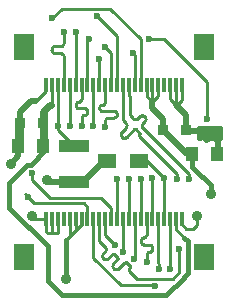
<source format=gbr>
G04 #@! TF.GenerationSoftware,KiCad,Pcbnew,5.1.4+dfsg1-1*
G04 #@! TF.CreationDate,2020-09-03T16:08:26+02:00*
G04 #@! TF.ProjectId,FPC_INVERTER,4650435f-494e-4564-9552-5445522e6b69,rev?*
G04 #@! TF.SameCoordinates,PX5095e20PY1312d00*
G04 #@! TF.FileFunction,Copper,L1,Top*
G04 #@! TF.FilePolarity,Positive*
%FSLAX46Y46*%
G04 Gerber Fmt 4.6, Leading zero omitted, Abs format (unit mm)*
G04 Created by KiCad (PCBNEW 5.1.4+dfsg1-1) date 2020-09-03 16:08:26*
%MOMM*%
%LPD*%
G04 APERTURE LIST*
%ADD10R,1.800000X2.200000*%
%ADD11R,0.300000X1.300000*%
%ADD12R,1.000000X1.300000*%
%ADD13R,0.900000X0.900000*%
%ADD14R,2.500000X1.000000*%
%ADD15R,1.500000X1.300000*%
%ADD16C,0.600000*%
%ADD17C,0.889000*%
%ADD18C,0.254000*%
%ADD19C,0.400000*%
%ADD20C,0.508000*%
G04 APERTURE END LIST*
D10*
X17150000Y-21400000D03*
X1850000Y-21400000D03*
D11*
X3750000Y-18150000D03*
X4250000Y-18150000D03*
X4750000Y-18150000D03*
X5250000Y-18150000D03*
X5750000Y-18150000D03*
X6250000Y-18150000D03*
X6750000Y-18150000D03*
X7250000Y-18150000D03*
X7750000Y-18150000D03*
X8250000Y-18150000D03*
X8750000Y-18150000D03*
X9250000Y-18150000D03*
X9750000Y-18150000D03*
X10250000Y-18150000D03*
X10750000Y-18150000D03*
X11250000Y-18150000D03*
X11750000Y-18150000D03*
X12250000Y-18150000D03*
X12750000Y-18150000D03*
X13250000Y-18150000D03*
X13750000Y-18150000D03*
X14250000Y-18150000D03*
X14750000Y-18150000D03*
X15250000Y-18150000D03*
D12*
X16120000Y-12720000D03*
X18220000Y-12720000D03*
D13*
X15560000Y-10690000D03*
X13660000Y-10690000D03*
D14*
X6100000Y-15030000D03*
X6100000Y-12030000D03*
D12*
X3500000Y-12000000D03*
X1400000Y-12000000D03*
D13*
X1550000Y-10075001D03*
X3450000Y-10075001D03*
D11*
X3750000Y-6850000D03*
X4250000Y-6850000D03*
X4750000Y-6850000D03*
X5250000Y-6850000D03*
X5750000Y-6850000D03*
X6250000Y-6850000D03*
X6750000Y-6850000D03*
X7250000Y-6850000D03*
X7750000Y-6850000D03*
X8250000Y-6850000D03*
X8750000Y-6850000D03*
X9250000Y-6850000D03*
X9750000Y-6850000D03*
X10250000Y-6850000D03*
X10750000Y-6850000D03*
X11250000Y-6850000D03*
X11750000Y-6850000D03*
X12250000Y-6850000D03*
X12750000Y-6850000D03*
X13250000Y-6850000D03*
X13750000Y-6850000D03*
X14250000Y-6850000D03*
X14750000Y-6850000D03*
X15250000Y-6850000D03*
D10*
X17150000Y-3600000D03*
X1850000Y-3600000D03*
D15*
X11600000Y-13250000D03*
X8900000Y-13250000D03*
D16*
X4270000Y-1200000D03*
X2190000Y-16310000D03*
X11120000Y-4130000D03*
X12490000Y-2970000D03*
X17330000Y-9700000D03*
X12958032Y-23902000D03*
X15810000Y-14820000D03*
X15030000Y-20720000D03*
X9623000Y-20387963D03*
X14840000Y-14800000D03*
X8055964Y-998000D03*
X2540000Y-14280000D03*
X9740000Y-14810000D03*
X8750000Y-3620000D03*
X8750000Y-10370000D03*
X10280000Y-21000000D03*
X10750000Y-14800000D03*
X8250000Y-4650000D03*
X7760000Y-10340000D03*
X11200000Y-21570000D03*
X11750000Y-14790000D03*
X7340000Y-2940000D03*
X6750000Y-10340000D03*
X12250000Y-21860000D03*
X12750000Y-14750000D03*
X6270000Y-2380000D03*
X5750000Y-10325000D03*
X13275000Y-22400000D03*
X4750000Y-10300000D03*
X14250000Y-22425000D03*
D17*
X17690000Y-16030000D03*
X5470000Y-23250000D03*
X2570000Y-17940000D03*
X3860000Y-14870000D03*
X16490000Y-17950000D03*
X18250000Y-10750000D03*
X750000Y-13500000D03*
D16*
X13750000Y-14700000D03*
X5300000Y-2325000D03*
D18*
X14750000Y-19054000D02*
X15456000Y-19760000D01*
X14750000Y-18150000D02*
X14750000Y-19054000D01*
D19*
X3890000Y-20509862D02*
X620000Y-17239862D01*
X3890000Y-23410000D02*
X3890000Y-20509862D01*
X7566001Y-24610001D02*
X5090001Y-24610001D01*
X7596001Y-24580001D02*
X7566001Y-24610001D01*
X5090001Y-24610001D02*
X3890000Y-23410000D01*
D18*
X13989999Y-24580001D02*
X10270001Y-24580001D01*
D19*
X13916999Y-24653001D02*
X15385000Y-23185000D01*
X12173999Y-24653001D02*
X13916999Y-24653001D01*
X12100999Y-24580001D02*
X12173999Y-24653001D01*
X10270001Y-24580001D02*
X9930001Y-24580001D01*
X9930001Y-24580001D02*
X7596001Y-24580001D01*
X9930001Y-24580001D02*
X12100999Y-24580001D01*
D18*
X15385000Y-23185000D02*
X13989999Y-24580001D01*
D19*
X15730001Y-22745303D02*
X15730001Y-20034001D01*
X15730001Y-20034001D02*
X15456000Y-19760000D01*
X15385000Y-23090304D02*
X15730001Y-22745303D01*
X15385000Y-23185000D02*
X15385000Y-23090304D01*
X2450001Y-13579999D02*
X2170001Y-13579999D01*
X3690000Y-11290000D02*
X3690000Y-12340000D01*
X3690000Y-12340000D02*
X2450001Y-13579999D01*
X2170001Y-13579999D02*
X620000Y-15130000D01*
X620000Y-15130000D02*
X620000Y-15880000D01*
X620000Y-17239862D02*
X620000Y-15880000D01*
D18*
X4250000Y-6850000D02*
X4250000Y-8250000D01*
D19*
X3690000Y-11290000D02*
X3690000Y-9032990D01*
D18*
X4250000Y-6850000D02*
X4250000Y-8472990D01*
X4250000Y-8472990D02*
X3986495Y-8736495D01*
D19*
X3690000Y-9032990D02*
X3986495Y-8736495D01*
X3986495Y-8736495D02*
X4222990Y-8500000D01*
D20*
X3450000Y-11950000D02*
X3500000Y-12000000D01*
X3450000Y-10075001D02*
X3450000Y-11950000D01*
X4067001Y-8500000D02*
X4168990Y-8500000D01*
X3450000Y-10075001D02*
X3450000Y-9117001D01*
X3450000Y-9117001D02*
X4067001Y-8500000D01*
D18*
X11750000Y-2980000D02*
X11750000Y-6850000D01*
X9140999Y-370999D02*
X11750000Y-2980000D01*
X4270000Y-1200000D02*
X5099001Y-370999D01*
X5099001Y-370999D02*
X9140999Y-370999D01*
X6994010Y-16874010D02*
X2754010Y-16874010D01*
X7250000Y-17130000D02*
X6994010Y-16874010D01*
X7250000Y-18150000D02*
X7250000Y-17130000D01*
X2190000Y-16310000D02*
X1940000Y-16060000D01*
X2754010Y-16874010D02*
X2190000Y-16310000D01*
X11250000Y-6850000D02*
X11250000Y-4260000D01*
X11250000Y-4260000D02*
X11120000Y-4130000D01*
X12490000Y-2970000D02*
X13740000Y-2970000D01*
X13740000Y-2970000D02*
X17330000Y-6560000D01*
X17330000Y-6560000D02*
X17330000Y-9700000D01*
X7750000Y-18150000D02*
X7750000Y-21450000D01*
X12846032Y-23790000D02*
X12958032Y-23902000D01*
X10090000Y-23790000D02*
X12846032Y-23790000D01*
X7750000Y-21450000D02*
X10090000Y-23790000D01*
X15030000Y-22700000D02*
X15030000Y-20720000D01*
X14480000Y-23250000D02*
X15030000Y-22700000D01*
X10788379Y-22578378D02*
X11460000Y-23250000D01*
X10738223Y-22474228D02*
X10746944Y-22512434D01*
X10738223Y-22435040D02*
X10738223Y-22474228D01*
X10746944Y-22396836D02*
X10738223Y-22435040D01*
X10763946Y-22361530D02*
X10746944Y-22396836D01*
X10788380Y-22330892D02*
X10763946Y-22361530D01*
X10812812Y-22300253D02*
X10788380Y-22330892D01*
X10838535Y-22226742D02*
X10829816Y-22264948D01*
X10829816Y-22149350D02*
X10838535Y-22187554D01*
X10812813Y-22114043D02*
X10829816Y-22149350D01*
X11460000Y-23250000D02*
X14480000Y-23250000D01*
X10788379Y-22083404D02*
X10812813Y-22114043D01*
X10605946Y-21900971D02*
X10788379Y-22083404D01*
X10462608Y-21850815D02*
X10501796Y-21850815D01*
X10424404Y-21859536D02*
X10462608Y-21850815D01*
X10763945Y-22547740D02*
X10788379Y-22578378D01*
X9703069Y-22462570D02*
X9769437Y-22447422D01*
X9454072Y-22375442D02*
X9507294Y-22417885D01*
X9411628Y-22322220D02*
X9454072Y-22375442D01*
X9382091Y-22260887D02*
X9411628Y-22322220D01*
X8708790Y-21587585D02*
X8775158Y-21602733D01*
X8909600Y-21587585D02*
X8970933Y-21558048D01*
X8551791Y-21462382D02*
X8594235Y-21515605D01*
X10838535Y-22187554D02*
X10838535Y-22226742D01*
X8594235Y-21515605D02*
X8647457Y-21558048D01*
X9439991Y-21115193D02*
X9451187Y-21115193D01*
X8522255Y-21401049D02*
X8551791Y-21462382D01*
X9429074Y-21117683D02*
X9439991Y-21115193D01*
X10389097Y-21876539D02*
X10424404Y-21859536D01*
X8522255Y-21200240D02*
X8507107Y-21266607D01*
X10358460Y-21900973D02*
X10389097Y-21876539D01*
X8551791Y-21138907D02*
X8522255Y-21200240D01*
X10829816Y-22264948D02*
X10812812Y-22300253D01*
X8250000Y-20040000D02*
X8730000Y-20520000D01*
X10746944Y-22512434D02*
X10763945Y-22547740D01*
X9634995Y-22462570D02*
X9703069Y-22462570D01*
X8250000Y-18150000D02*
X8250000Y-20040000D01*
X8772443Y-20573222D02*
X8801980Y-20634555D01*
X8772443Y-20896698D02*
X8730000Y-20949920D01*
X9024155Y-21515605D02*
X9410235Y-21129524D01*
X8730000Y-20520000D02*
X8772443Y-20573222D01*
X8817128Y-20700923D02*
X8817128Y-20768997D01*
X9840155Y-21488733D02*
X9847136Y-21497486D01*
X9411628Y-21998744D02*
X9382091Y-22060077D01*
X9883992Y-22375442D02*
X10358460Y-21900973D01*
X9472190Y-21122541D02*
X9480945Y-21129523D01*
X10501796Y-21850815D02*
X10540002Y-21859536D01*
X9854484Y-21518489D02*
X9854484Y-21529685D01*
X8843232Y-21602733D02*
X8909600Y-21587585D01*
X8801980Y-20634555D02*
X8817128Y-20700923D01*
X9366943Y-22194519D02*
X9382091Y-22260887D01*
X8730000Y-20949920D02*
X8594235Y-21085684D01*
X9840155Y-21559443D02*
X9804797Y-21594797D01*
X8817128Y-20768997D02*
X8801980Y-20835365D01*
X8594235Y-21085684D02*
X8551791Y-21138907D01*
X10575307Y-21876538D02*
X10605946Y-21900971D01*
X9851994Y-21540602D02*
X9847136Y-21550690D01*
X8970933Y-21558048D02*
X9024155Y-21515605D01*
X9507294Y-22417885D02*
X9568627Y-22447422D01*
X9410235Y-21129524D02*
X9418988Y-21122542D01*
X9568627Y-22447422D02*
X9634995Y-22462570D01*
X8647457Y-21558048D02*
X8708790Y-21587585D01*
X8801980Y-20835365D02*
X8772443Y-20896698D01*
X9418988Y-21122542D02*
X9429074Y-21117683D01*
X9804797Y-21594797D02*
X9454072Y-21945521D01*
X9769437Y-22447422D02*
X9830770Y-22417885D01*
X9451187Y-21115193D02*
X9462102Y-21117683D01*
X9830770Y-22417885D02*
X9883992Y-22375442D01*
X9462102Y-21117683D02*
X9472190Y-21122541D01*
X8775158Y-21602733D02*
X8843232Y-21602733D01*
X9366943Y-22126445D02*
X9366943Y-22194519D01*
X9480945Y-21129523D02*
X9840155Y-21488733D01*
X9454072Y-21945521D02*
X9411628Y-21998744D01*
X8507107Y-21266607D02*
X8507107Y-21334682D01*
X9847136Y-21497486D02*
X9851994Y-21507574D01*
X9382091Y-22060077D02*
X9366943Y-22126445D01*
X8507107Y-21334682D02*
X8522255Y-21401049D01*
X9851994Y-21507574D02*
X9854484Y-21518489D01*
X10540002Y-21859536D02*
X10575307Y-21876538D01*
X9854484Y-21529685D02*
X9851994Y-21540602D01*
X9847136Y-21550690D02*
X9840155Y-21559443D01*
X11859625Y-10403346D02*
X11888773Y-10463872D01*
X11844676Y-10337851D02*
X11859625Y-10403346D01*
X11844676Y-10270673D02*
X11844676Y-10337851D01*
X11888774Y-10144654D02*
X11859625Y-10205178D01*
X11930659Y-10092131D02*
X11888774Y-10144654D01*
X12092332Y-9930457D02*
X11930659Y-10092131D01*
X12134217Y-9877934D02*
X12092332Y-9930457D01*
X12163365Y-9817409D02*
X12134217Y-9877934D01*
X12178313Y-9751914D02*
X12163365Y-9817409D01*
X12163364Y-9619241D02*
X12178314Y-9684736D01*
X11195180Y-9738900D02*
X11260673Y-9753848D01*
X15810000Y-14395736D02*
X15810000Y-14820000D01*
X11668068Y-9506193D02*
X11720591Y-9464308D01*
X12178314Y-9684736D02*
X12178313Y-9751914D01*
X11134653Y-9709752D02*
X11195180Y-9738900D01*
X11859625Y-10205178D02*
X11844676Y-10270673D01*
X11082132Y-9667868D02*
X11134653Y-9709752D01*
X11260673Y-9753848D02*
X11327853Y-9753849D01*
X10757601Y-7761601D02*
X10772999Y-7761601D01*
X10810000Y-9395736D02*
X11082132Y-9667868D01*
X11506396Y-9667868D02*
X11668068Y-9506193D01*
X12039811Y-9464309D02*
X12092332Y-9506193D01*
X10772999Y-7761601D02*
X10810000Y-7798602D01*
X11888773Y-10463872D02*
X11930660Y-10516396D01*
X11846612Y-9420212D02*
X11913790Y-9420212D01*
X11327853Y-9753849D02*
X11393346Y-9738899D01*
X11913790Y-9420212D02*
X11979285Y-9435161D01*
X11979285Y-9435161D02*
X12039811Y-9464309D01*
X10750000Y-7754000D02*
X10757601Y-7761601D01*
X11720591Y-9464308D02*
X11781117Y-9435161D01*
X11781117Y-9435161D02*
X11846612Y-9420212D01*
X10750000Y-6850000D02*
X10750000Y-7754000D01*
X10810000Y-7798602D02*
X10810000Y-9395736D01*
X11930660Y-10516396D02*
X15810000Y-14395736D01*
X11393346Y-9738899D02*
X11453873Y-9709753D01*
X11453873Y-9709753D02*
X11506396Y-9667868D01*
X12092332Y-9506193D02*
X12134218Y-9558716D01*
X12134218Y-9558716D02*
X12163364Y-9619241D01*
X8750000Y-18150000D02*
X8750000Y-19514963D01*
X8750000Y-19514963D02*
X9623000Y-20387963D01*
X14840000Y-14375736D02*
X14840000Y-14800000D01*
X11894741Y-11430477D02*
X14840000Y-14375736D01*
X11627641Y-11163376D02*
X11894741Y-11430477D01*
X10383232Y-11312733D02*
X10449600Y-11297585D01*
X10187457Y-11268048D02*
X10248790Y-11297585D01*
X11279627Y-10563374D02*
X11301460Y-10568358D01*
X10248790Y-11297585D02*
X10315158Y-11312733D01*
X10482132Y-10447788D02*
X10134235Y-10795684D01*
X10062255Y-10910240D02*
X10047107Y-10976607D01*
X10510933Y-11268048D02*
X10564155Y-11225605D01*
X11321634Y-10578073D02*
X11339142Y-10592035D01*
X10315158Y-11312733D02*
X10383232Y-11312733D01*
X10047107Y-11044682D02*
X10062255Y-11111049D01*
X10554112Y-10333233D02*
X10524575Y-10394566D01*
X10554112Y-10132423D02*
X10569260Y-10198791D01*
X11651320Y-10984274D02*
X11641603Y-11004448D01*
X10091791Y-10848907D02*
X10062255Y-10910240D01*
X11215228Y-10578073D02*
X11235404Y-10568358D01*
X10569260Y-10266865D02*
X10554112Y-10333233D01*
X10250000Y-9785736D02*
X10482132Y-10017868D01*
X10134235Y-11225605D02*
X10187457Y-11268048D01*
X10250000Y-6850000D02*
X10250000Y-9785736D01*
X10449600Y-11297585D02*
X10510933Y-11268048D01*
X10569260Y-10198791D02*
X10569260Y-10266865D01*
X10524575Y-10394566D02*
X10482132Y-10447788D01*
X10091791Y-11172382D02*
X10134235Y-11225605D01*
X11641603Y-10898042D02*
X11651320Y-10918218D01*
X11598981Y-11103863D02*
X11603964Y-11125694D01*
X11197722Y-10592037D02*
X11215228Y-10578073D01*
X11235404Y-10568358D02*
X11257235Y-10563375D01*
X10134235Y-10795684D02*
X10091791Y-10848907D01*
X11603964Y-11059638D02*
X11598980Y-11081469D01*
X10524575Y-10071090D02*
X10554112Y-10132423D01*
X11257235Y-10563375D02*
X11279627Y-10563374D01*
X11627641Y-10880534D02*
X11641603Y-10898042D01*
X11598980Y-11081469D02*
X11598981Y-11103863D01*
X11301460Y-10568358D02*
X11321634Y-10578073D01*
X11339142Y-10592035D02*
X11627641Y-10880534D01*
X11656302Y-10962441D02*
X11651320Y-10984274D01*
X11651320Y-10918218D02*
X11656303Y-10940049D01*
X10482132Y-10017868D02*
X10524575Y-10071090D01*
X11603964Y-11125694D02*
X11613679Y-11145868D01*
X11656303Y-10940049D02*
X11656302Y-10962441D01*
X10564155Y-11225605D02*
X11197722Y-10592037D01*
X11613679Y-11145868D02*
X11627641Y-11163376D01*
X10047107Y-10976607D02*
X10047107Y-11044682D01*
X11641603Y-11004448D02*
X11627642Y-11021956D01*
X11627642Y-11021956D02*
X11613679Y-11039462D01*
X10062255Y-11111049D02*
X10091791Y-11172382D01*
X11613679Y-11039462D02*
X11603964Y-11059638D01*
X9750000Y-6850000D02*
X9750000Y-2692036D01*
X9750000Y-2692036D02*
X8055964Y-998000D01*
X9250000Y-17246000D02*
X8424000Y-16420000D01*
X9250000Y-18150000D02*
X9250000Y-17246000D01*
X8424000Y-16420000D02*
X4080000Y-16420000D01*
X2540000Y-14880000D02*
X2540000Y-14280000D01*
X4080000Y-16420000D02*
X2540000Y-14880000D01*
X9750000Y-18150000D02*
X9750000Y-14820000D01*
X9750000Y-14820000D02*
X9740000Y-14810000D01*
X9250000Y-6850000D02*
X9250000Y-4120000D01*
X9250000Y-4120000D02*
X8750000Y-3620000D01*
X10280000Y-21000000D02*
X10280000Y-20575736D01*
X10280000Y-20575736D02*
X10250000Y-20545736D01*
X10250000Y-19054000D02*
X10250000Y-18150000D01*
X10250000Y-20545736D02*
X10250000Y-19054000D01*
X8750000Y-9875000D02*
X8750000Y-10370000D01*
X8777234Y-9755681D02*
X8756895Y-9813806D01*
X8905682Y-9627233D02*
X8853541Y-9659996D01*
X8963807Y-9606894D02*
X8905682Y-9627233D01*
X9025000Y-9600000D02*
X8963807Y-9606894D01*
X9475000Y-9600000D02*
X9025000Y-9600000D01*
X9536194Y-9593105D02*
X9475000Y-9600000D01*
X9594319Y-9572766D02*
X9536194Y-9593105D01*
X9646460Y-9540003D02*
X9594319Y-9572766D01*
X9722767Y-9444318D02*
X9690004Y-9496459D01*
X9743106Y-9386193D02*
X9722767Y-9444318D01*
X9690004Y-9153540D02*
X9722767Y-9205681D01*
X9646460Y-9109996D02*
X9690004Y-9153540D01*
X8756895Y-9813806D02*
X8750000Y-9875000D01*
X9536194Y-9056894D02*
X9594319Y-9077233D01*
X9475000Y-9050000D02*
X9536194Y-9056894D01*
X8555630Y-8493731D02*
X8444369Y-8506268D01*
X8608470Y-8475242D02*
X8555630Y-8493731D01*
X8655872Y-8445457D02*
X8608470Y-8475242D01*
X9594319Y-9077233D02*
X9646460Y-9109996D01*
X8274757Y-8908470D02*
X8304542Y-8955872D01*
X9690004Y-9496459D02*
X9646460Y-9540003D01*
X8444369Y-8506268D02*
X8391529Y-8524757D01*
X8344127Y-8554542D02*
X8304542Y-8594127D01*
X9722767Y-9205681D02*
X9743106Y-9263806D01*
X8725242Y-8358470D02*
X8695457Y-8405872D01*
X8250000Y-8800000D02*
X8256268Y-8855630D01*
X8695457Y-8405872D02*
X8655872Y-8445457D01*
X8743731Y-8305630D02*
X8725242Y-8358470D01*
X8853541Y-9659996D02*
X8809997Y-9703540D01*
X8391529Y-8524757D02*
X8344127Y-8554542D01*
X8256268Y-8694369D02*
X8250000Y-8750000D01*
X8274757Y-8641529D02*
X8256268Y-8694369D01*
X8750000Y-8250000D02*
X8743731Y-8305630D01*
X8304542Y-8594127D02*
X8274757Y-8641529D01*
X8250000Y-8750000D02*
X8250000Y-8800000D01*
X8304542Y-8955872D02*
X8344127Y-8995457D01*
X8809997Y-9703540D02*
X8777234Y-9755681D01*
X8344127Y-8995457D02*
X8391529Y-9025242D01*
X8750000Y-6850000D02*
X8750000Y-8250000D01*
X8391529Y-9025242D02*
X8444369Y-9043731D01*
X9743106Y-9263806D02*
X9750000Y-9325000D01*
X8256268Y-8855630D02*
X8274757Y-8908470D01*
X8444369Y-9043731D02*
X8500000Y-9050000D01*
X9750000Y-9325000D02*
X9743106Y-9386193D01*
X8500000Y-9050000D02*
X9475000Y-9050000D01*
X10750000Y-18150000D02*
X10750000Y-14800000D01*
X8250000Y-6850000D02*
X8250000Y-4650000D01*
X7750000Y-6850000D02*
X7750000Y-10330000D01*
X7750000Y-10330000D02*
X7760000Y-10340000D01*
X11250000Y-18150000D02*
X11250000Y-21520000D01*
X11250000Y-21520000D02*
X11200000Y-21570000D01*
X11750000Y-18150000D02*
X11750000Y-14790000D01*
X7250000Y-6850000D02*
X7250000Y-3030000D01*
X7250000Y-3030000D02*
X7340000Y-2940000D01*
X6944370Y-9372268D02*
X6891530Y-9390757D01*
X7108471Y-9341242D02*
X7055631Y-9359731D01*
X7195458Y-9271872D02*
X7155873Y-9311457D01*
X6804543Y-9460127D02*
X6774758Y-9507529D01*
X7250000Y-9116000D02*
X7243732Y-9171630D01*
X7155873Y-9311457D02*
X7108471Y-9341242D01*
X7250000Y-9058000D02*
X7250000Y-9116000D01*
X7225243Y-8949529D02*
X7243732Y-9002369D01*
X7195458Y-8902127D02*
X7225243Y-8949529D01*
X7155873Y-8862542D02*
X7195458Y-8902127D01*
X6844128Y-9420542D02*
X6804543Y-9460127D01*
X7108471Y-8832757D02*
X7155873Y-8862542D01*
X6891530Y-9390757D02*
X6844128Y-9420542D01*
X7055631Y-8814268D02*
X7108471Y-8832757D01*
X7000000Y-8808000D02*
X7055631Y-8814268D01*
X6444369Y-8256268D02*
X6391529Y-8274757D01*
X6256268Y-8444369D02*
X6250000Y-8500000D01*
X6655872Y-8195457D02*
X6608470Y-8225242D01*
X6743731Y-8055630D02*
X6725242Y-8108470D01*
X6750000Y-9616000D02*
X6750000Y-10340000D01*
X7243732Y-9002369D02*
X7250000Y-9058000D01*
X6256268Y-8613630D02*
X6274757Y-8666470D01*
X6774758Y-9507529D02*
X6756269Y-9560369D01*
X7243732Y-9171630D02*
X7225243Y-9224470D01*
X6750000Y-6850000D02*
X6750000Y-8000000D01*
X6250000Y-8558000D02*
X6256268Y-8613630D01*
X6274757Y-8666470D02*
X6304542Y-8713872D01*
X6304542Y-8713872D02*
X6344127Y-8753457D01*
X6344127Y-8753457D02*
X6391529Y-8783242D01*
X6391529Y-8783242D02*
X6444369Y-8801731D01*
X6555630Y-8243731D02*
X6444369Y-8256268D01*
X6391529Y-8274757D02*
X6344127Y-8304542D01*
X7055631Y-9359731D02*
X6944370Y-9372268D01*
X6304542Y-8344127D02*
X6274757Y-8391529D01*
X6756269Y-9560369D02*
X6750000Y-9616000D01*
X7225243Y-9224470D02*
X7195458Y-9271872D01*
X6344127Y-8304542D02*
X6304542Y-8344127D01*
X6608470Y-8225242D02*
X6555630Y-8243731D01*
X6250000Y-8500000D02*
X6250000Y-8558000D01*
X6695457Y-8155872D02*
X6655872Y-8195457D01*
X6274757Y-8391529D02*
X6256268Y-8444369D01*
X6444369Y-8801731D02*
X6500000Y-8808000D01*
X6750000Y-8000000D02*
X6743731Y-8055630D01*
X6725242Y-8108470D02*
X6695457Y-8155872D01*
X6500000Y-8808000D02*
X7000000Y-8808000D01*
X12250000Y-21721577D02*
X12250000Y-21860000D01*
X11891765Y-20325093D02*
X11944571Y-20343571D01*
X11804836Y-20255769D02*
X11844395Y-20295328D01*
X11775071Y-20208399D02*
X11804836Y-20255769D01*
X12499835Y-20350000D02*
X12555429Y-20356263D01*
X12444242Y-20956263D02*
X12391436Y-20974741D01*
X11844395Y-20295328D02*
X11891765Y-20325093D01*
X12695164Y-20855934D02*
X12655605Y-20895493D01*
X12250000Y-21199835D02*
X12250000Y-21721577D01*
X12724929Y-20491435D02*
X12743407Y-20544241D01*
X12724929Y-20808564D02*
X12695164Y-20855934D01*
X12256264Y-21144241D02*
X12250000Y-21199835D01*
X11750330Y-19999670D02*
X11750330Y-20100000D01*
X11944571Y-20343571D02*
X12000165Y-20349835D01*
X11775071Y-19891270D02*
X11756593Y-19944076D01*
X12195493Y-19655769D02*
X12155934Y-19695328D01*
X11804836Y-19843900D02*
X11775071Y-19891270D01*
X12250000Y-20349835D02*
X12250000Y-20350000D01*
X12243736Y-19555593D02*
X12225258Y-19608399D01*
X11756593Y-19944076D02*
X11750330Y-19999670D01*
X12225258Y-19608399D02*
X12195493Y-19655769D01*
X12743407Y-20544241D02*
X12749670Y-20599835D01*
X12108564Y-19725093D02*
X12055758Y-19743571D01*
X12391436Y-20974741D02*
X12344066Y-21004506D01*
X12655605Y-20404506D02*
X12695164Y-20444065D01*
X12250000Y-19500000D02*
X12243736Y-19555593D01*
X12695164Y-20444065D02*
X12724929Y-20491435D01*
X12274742Y-21091435D02*
X12256264Y-21144241D01*
X12155934Y-19695328D02*
X12108564Y-19725093D01*
X12000165Y-20349835D02*
X12250000Y-20349835D01*
X12250000Y-18150000D02*
X12250000Y-19500000D01*
X11891765Y-19774576D02*
X11844395Y-19804341D01*
X11750330Y-20100000D02*
X11756593Y-20155593D01*
X12749670Y-20599835D02*
X12749670Y-20700165D01*
X11844395Y-19804341D02*
X11804836Y-19843900D01*
X11944571Y-19756098D02*
X11891765Y-19774576D01*
X12655605Y-20895493D02*
X12608235Y-20925258D01*
X12555429Y-20356263D02*
X12608235Y-20374741D01*
X12344066Y-21004506D02*
X12304507Y-21044065D01*
X12250000Y-20350000D02*
X12499835Y-20350000D01*
X12608235Y-20374741D02*
X12655605Y-20404506D01*
X11756593Y-20155593D02*
X11775071Y-20208399D01*
X12749670Y-20700165D02*
X12743407Y-20755758D01*
X12304507Y-21044065D02*
X12274742Y-21091435D01*
X12743407Y-20755758D02*
X12724929Y-20808564D01*
X12055758Y-19743571D02*
X11944571Y-19756098D01*
X12608235Y-20925258D02*
X12555429Y-20943736D01*
X12555429Y-20943736D02*
X12444242Y-20956263D01*
X12750000Y-18150000D02*
X12750000Y-14750000D01*
X6250000Y-6850000D02*
X6250000Y-2400000D01*
X6250000Y-2400000D02*
X6270000Y-2380000D01*
X5750000Y-6850000D02*
X5750000Y-10325000D01*
X13250000Y-19054000D02*
X13250000Y-18150000D01*
X13250000Y-21950736D02*
X13250000Y-19054000D01*
X13275000Y-21975736D02*
X13250000Y-21950736D01*
X13275000Y-22400000D02*
X13275000Y-21975736D01*
X4750000Y-6850000D02*
X4750000Y-10300000D01*
X14250000Y-19084600D02*
X14250000Y-18150000D01*
X14250000Y-22425000D02*
X14250000Y-19084600D01*
X4750000Y-10680000D02*
X6100000Y-12030000D01*
X4750000Y-10300000D02*
X4750000Y-10680000D01*
X13660000Y-9800000D02*
X13660000Y-10690000D01*
X12750000Y-6850000D02*
X12750000Y-7754000D01*
X12750000Y-7754000D02*
X12750000Y-8890000D01*
X12750000Y-8890000D02*
X13660000Y-9800000D01*
X12750000Y-8254000D02*
X12750000Y-8890000D01*
X13250000Y-7754000D02*
X12750000Y-8254000D01*
X13250000Y-6850000D02*
X13250000Y-7754000D01*
X12250000Y-7754000D02*
X12750000Y-8254000D01*
X12250000Y-6850000D02*
X12250000Y-7754000D01*
D20*
X13660000Y-9732000D02*
X12750000Y-8822000D01*
X12750000Y-8822000D02*
X12750000Y-8254000D01*
X13660000Y-10690000D02*
X13660000Y-9732000D01*
X15690000Y-12720000D02*
X13660000Y-10690000D01*
X16120000Y-12720000D02*
X15690000Y-12720000D01*
D18*
X5750000Y-18150000D02*
X5750000Y-19650000D01*
X5750000Y-19650000D02*
X5470000Y-19930000D01*
X6250000Y-19150000D02*
X5470000Y-19930000D01*
X6250000Y-18150000D02*
X6250000Y-19150000D01*
X6750000Y-18650000D02*
X5470000Y-19930000D01*
X6750000Y-18150000D02*
X6750000Y-18650000D01*
D19*
X5470000Y-19930000D02*
X5470000Y-23250000D01*
X16120000Y-12720000D02*
X16120000Y-13770000D01*
X17690000Y-15340000D02*
X16275000Y-13925000D01*
X17690000Y-16030000D02*
X17690000Y-15340000D01*
X16120000Y-13770000D02*
X16275000Y-13925000D01*
X16275000Y-13925000D02*
X16560000Y-14210000D01*
D18*
X3750000Y-6850000D02*
X3750000Y-7350000D01*
D20*
X15560000Y-10690000D02*
X15560000Y-9390000D01*
D18*
X14250000Y-6850000D02*
X14250000Y-8020000D01*
X14250000Y-8020000D02*
X14580000Y-8350000D01*
X15250000Y-8070000D02*
X15250000Y-6850000D01*
X14970000Y-8350000D02*
X15250000Y-8070000D01*
X14750000Y-8330000D02*
X14730000Y-8350000D01*
X14580000Y-8350000D02*
X14730000Y-8350000D01*
X14750000Y-6850000D02*
X14750000Y-8330000D01*
X14730000Y-8350000D02*
X14970000Y-8350000D01*
D20*
X14730000Y-8560000D02*
X15560000Y-9390000D01*
X14730000Y-8350000D02*
X14730000Y-8560000D01*
D18*
X3750000Y-18150000D02*
X2780000Y-18150000D01*
X2780000Y-18150000D02*
X2570000Y-17940000D01*
X4250000Y-18150000D02*
X4250000Y-19340000D01*
X4250000Y-19340000D02*
X4210000Y-19380000D01*
X4210000Y-19380000D02*
X3870000Y-19380000D01*
X3750000Y-19260000D02*
X3750000Y-18150000D01*
X3870000Y-19380000D02*
X3750000Y-19260000D01*
X4750000Y-18150000D02*
X4750000Y-19370000D01*
X4740000Y-19380000D02*
X4210000Y-19380000D01*
X4750000Y-19370000D02*
X4740000Y-19380000D01*
D20*
X6100000Y-15030000D02*
X4020000Y-15030000D01*
X4020000Y-15030000D02*
X3860000Y-14870000D01*
X6870000Y-15030000D02*
X8910000Y-12990000D01*
X6100000Y-15030000D02*
X6870000Y-15030000D01*
D18*
X15250000Y-18650000D02*
X15610000Y-19010000D01*
X15250000Y-18150000D02*
X15250000Y-18650000D01*
X15610000Y-19010000D02*
X16160000Y-19010000D01*
X16160000Y-19010000D02*
X16490000Y-18680000D01*
X16490000Y-18680000D02*
X16490000Y-17950000D01*
D19*
X18220000Y-12720000D02*
X18220000Y-10780000D01*
X18220000Y-10780000D02*
X18250000Y-10750000D01*
D20*
X1590000Y-11290000D02*
X1590000Y-10132000D01*
D18*
X3750000Y-7350000D02*
X2925000Y-8175000D01*
D20*
X1400000Y-10225001D02*
X1550000Y-10075001D01*
X1400000Y-12000000D02*
X1400000Y-10225001D01*
X2492001Y-8175000D02*
X2925000Y-8175000D01*
X1550000Y-9117001D02*
X2492001Y-8175000D01*
X1550000Y-10075001D02*
X1550000Y-9117001D01*
X1400000Y-12000000D02*
X1400000Y-12850000D01*
X1400000Y-12850000D02*
X750000Y-13500000D01*
D18*
X13750000Y-18150000D02*
X13750000Y-14700000D01*
X12040000Y-12990000D02*
X11610000Y-12990000D01*
X13750000Y-14700000D02*
X12040000Y-12990000D01*
X5250000Y-5927717D02*
X5250000Y-6850000D01*
X5250000Y-4450000D02*
X5250000Y-5927717D01*
X5220290Y-4319834D02*
X5242478Y-4383243D01*
X5137046Y-4215450D02*
X5184549Y-4262953D01*
X5080165Y-4179709D02*
X5137046Y-4215450D01*
X4950000Y-4150000D02*
X5016756Y-4157521D01*
X4500000Y-4150000D02*
X4950000Y-4150000D01*
X4433243Y-4142478D02*
X4500000Y-4150000D01*
X4950000Y-3550000D02*
X4500000Y-3550000D01*
X4207521Y-3783243D02*
X4200000Y-3850000D01*
X5080165Y-3520290D02*
X5016756Y-3542478D01*
X5016756Y-4157521D02*
X5080165Y-4179709D01*
X5250000Y-2375000D02*
X5250000Y-3250000D01*
X5300000Y-2325000D02*
X5250000Y-2375000D01*
X4229709Y-3980165D02*
X4265450Y-4037046D01*
X5137046Y-3484549D02*
X5080165Y-3520290D01*
X5242478Y-3316756D02*
X5220290Y-3380165D01*
X5250000Y-3250000D02*
X5242478Y-3316756D01*
X4369834Y-3579709D02*
X4312953Y-3615450D01*
X5242478Y-4383243D02*
X5250000Y-4450000D01*
X4200000Y-3850000D02*
X4207521Y-3916756D01*
X4500000Y-3550000D02*
X4433243Y-3557521D01*
X5184549Y-4262953D02*
X5220290Y-4319834D01*
X5184549Y-3437046D02*
X5137046Y-3484549D01*
X5220290Y-3380165D02*
X5184549Y-3437046D01*
X5016756Y-3542478D02*
X4950000Y-3550000D01*
X4433243Y-3557521D02*
X4369834Y-3579709D01*
X4312953Y-3615450D02*
X4265450Y-3662953D01*
X4265450Y-4037046D02*
X4312953Y-4084549D01*
X4265450Y-3662953D02*
X4229709Y-3719834D01*
X4312953Y-4084549D02*
X4369834Y-4120290D01*
X4229709Y-3719834D02*
X4207521Y-3783243D01*
X4369834Y-4120290D02*
X4433243Y-4142478D01*
X4207521Y-3916756D02*
X4229709Y-3980165D01*
G36*
X17262927Y-10381000D02*
G01*
X17397073Y-10381000D01*
X17417182Y-10377000D01*
X18569000Y-10377000D01*
X18569000Y-11434093D01*
X18505750Y-11435000D01*
X18347000Y-11593750D01*
X18347000Y-12593000D01*
X18367000Y-12593000D01*
X18367000Y-12847000D01*
X18347000Y-12847000D01*
X18347000Y-12867000D01*
X18093000Y-12867000D01*
X18093000Y-12847000D01*
X18073000Y-12847000D01*
X18073000Y-12593000D01*
X18093000Y-12593000D01*
X18093000Y-11593750D01*
X17934250Y-11435000D01*
X17720000Y-11431928D01*
X17595518Y-11444188D01*
X17475820Y-11480498D01*
X17365506Y-11539463D01*
X17285076Y-11605470D01*
X16242606Y-10563000D01*
X16486250Y-10563000D01*
X16645000Y-10404250D01*
X16645510Y-10377000D01*
X17242818Y-10377000D01*
X17262927Y-10381000D01*
X17262927Y-10381000D01*
G37*
X17262927Y-10381000D02*
X17397073Y-10381000D01*
X17417182Y-10377000D01*
X18569000Y-10377000D01*
X18569000Y-11434093D01*
X18505750Y-11435000D01*
X18347000Y-11593750D01*
X18347000Y-12593000D01*
X18367000Y-12593000D01*
X18367000Y-12847000D01*
X18347000Y-12847000D01*
X18347000Y-12867000D01*
X18093000Y-12867000D01*
X18093000Y-12847000D01*
X18073000Y-12847000D01*
X18073000Y-12593000D01*
X18093000Y-12593000D01*
X18093000Y-11593750D01*
X17934250Y-11435000D01*
X17720000Y-11431928D01*
X17595518Y-11444188D01*
X17475820Y-11480498D01*
X17365506Y-11539463D01*
X17285076Y-11605470D01*
X16242606Y-10563000D01*
X16486250Y-10563000D01*
X16645000Y-10404250D01*
X16645510Y-10377000D01*
X17242818Y-10377000D01*
X17262927Y-10381000D01*
G36*
X15687000Y-10563000D02*
G01*
X15757394Y-10563000D01*
X15483394Y-10837000D01*
X15433000Y-10837000D01*
X15433000Y-10817000D01*
X15413000Y-10817000D01*
X15413000Y-10563000D01*
X15433000Y-10563000D01*
X15433000Y-10543000D01*
X15687000Y-10543000D01*
X15687000Y-10563000D01*
X15687000Y-10563000D01*
G37*
X15687000Y-10563000D02*
X15757394Y-10563000D01*
X15483394Y-10837000D01*
X15433000Y-10837000D01*
X15433000Y-10817000D01*
X15413000Y-10817000D01*
X15413000Y-10563000D01*
X15433000Y-10563000D01*
X15433000Y-10543000D01*
X15687000Y-10543000D01*
X15687000Y-10563000D01*
G36*
X16873000Y-11373000D02*
G01*
X16602893Y-11373000D01*
X16635812Y-11264482D01*
X16648072Y-11140000D01*
X16645000Y-10975750D01*
X16486250Y-10817000D01*
X15687000Y-10817000D01*
X15687000Y-10837000D01*
X15433000Y-10837000D01*
X15433000Y-10817000D01*
X15413000Y-10817000D01*
X15413000Y-10563000D01*
X15433000Y-10563000D01*
X15433000Y-10543000D01*
X15687000Y-10543000D01*
X15687000Y-10563000D01*
X16486250Y-10563000D01*
X16645000Y-10404250D01*
X16645510Y-10377000D01*
X16873000Y-10377000D01*
X16873000Y-11373000D01*
X16873000Y-11373000D01*
G37*
X16873000Y-11373000D02*
X16602893Y-11373000D01*
X16635812Y-11264482D01*
X16648072Y-11140000D01*
X16645000Y-10975750D01*
X16486250Y-10817000D01*
X15687000Y-10817000D01*
X15687000Y-10837000D01*
X15433000Y-10837000D01*
X15433000Y-10817000D01*
X15413000Y-10817000D01*
X15413000Y-10563000D01*
X15433000Y-10563000D01*
X15433000Y-10543000D01*
X15687000Y-10543000D01*
X15687000Y-10563000D01*
X16486250Y-10563000D01*
X16645000Y-10404250D01*
X16645510Y-10377000D01*
X16873000Y-10377000D01*
X16873000Y-11373000D01*
M02*

</source>
